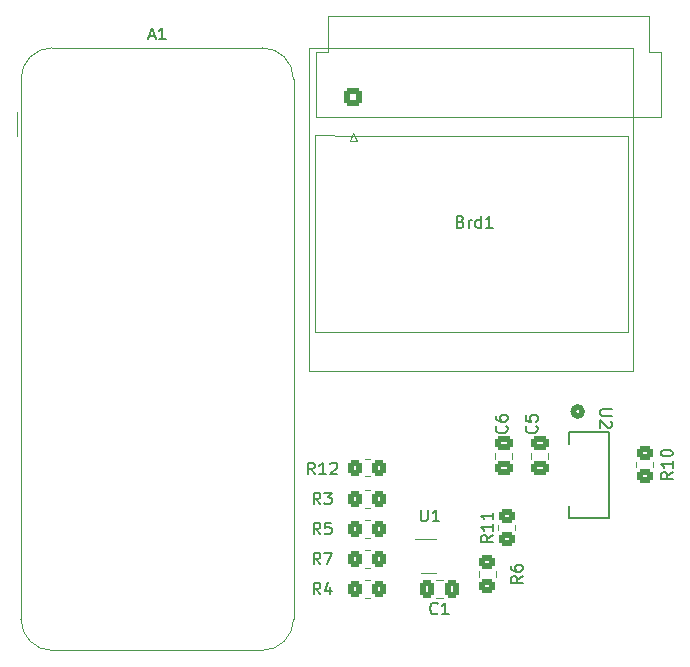
<source format=gto>
G04 #@! TF.GenerationSoftware,KiCad,Pcbnew,7.0.11+1*
G04 #@! TF.CreationDate,2024-06-02T11:35:51+02:00*
G04 #@! TF.ProjectId,prg_pcb,7072675f-7063-4622-9e6b-696361645f70,rev?*
G04 #@! TF.SameCoordinates,Original*
G04 #@! TF.FileFunction,Legend,Top*
G04 #@! TF.FilePolarity,Positive*
%FSLAX46Y46*%
G04 Gerber Fmt 4.6, Leading zero omitted, Abs format (unit mm)*
G04 Created by KiCad (PCBNEW 7.0.11+1) date 2024-06-02 11:35:51*
%MOMM*%
%LPD*%
G01*
G04 APERTURE LIST*
G04 Aperture macros list*
%AMRoundRect*
0 Rectangle with rounded corners*
0 $1 Rounding radius*
0 $2 $3 $4 $5 $6 $7 $8 $9 X,Y pos of 4 corners*
0 Add a 4 corners polygon primitive as box body*
4,1,4,$2,$3,$4,$5,$6,$7,$8,$9,$2,$3,0*
0 Add four circle primitives for the rounded corners*
1,1,$1+$1,$2,$3*
1,1,$1+$1,$4,$5*
1,1,$1+$1,$6,$7*
1,1,$1+$1,$8,$9*
0 Add four rect primitives between the rounded corners*
20,1,$1+$1,$2,$3,$4,$5,0*
20,1,$1+$1,$4,$5,$6,$7,0*
20,1,$1+$1,$6,$7,$8,$9,0*
20,1,$1+$1,$8,$9,$2,$3,0*%
%AMFreePoly0*
4,1,6,0.500000,-0.850000,-0.500000,-0.850000,-0.500000,0.550000,-0.200000,0.850000,0.500000,0.850000,0.500000,-0.850000,0.500000,-0.850000,$1*%
G04 Aperture macros list end*
%ADD10C,0.150000*%
%ADD11C,0.120000*%
%ADD12C,0.152400*%
%ADD13C,0.508000*%
%ADD14RoundRect,0.249999X0.525001X-0.525001X0.525001X0.525001X-0.525001X0.525001X-0.525001X-0.525001X0*%
%ADD15C,1.550000*%
%ADD16RoundRect,0.250000X0.450000X-0.350000X0.450000X0.350000X-0.450000X0.350000X-0.450000X-0.350000X0*%
%ADD17RoundRect,0.250000X-0.350000X-0.450000X0.350000X-0.450000X0.350000X0.450000X-0.350000X0.450000X0*%
%ADD18R,1.600000X2.000000*%
%ADD19O,1.600000X2.000000*%
%ADD20RoundRect,0.250000X0.475000X-0.337500X0.475000X0.337500X-0.475000X0.337500X-0.475000X-0.337500X0*%
%ADD21R,1.397000X0.711200*%
%ADD22R,0.550000X0.250000*%
%ADD23FreePoly0,0.000000*%
%ADD24RoundRect,0.250000X0.350000X0.450000X-0.350000X0.450000X-0.350000X-0.450000X0.350000X-0.450000X0*%
%ADD25RoundRect,0.250000X0.337500X0.475000X-0.337500X0.475000X-0.337500X-0.475000X0.337500X-0.475000X0*%
%ADD26R,1.600000X1.600000*%
%ADD27C,1.600000*%
G04 APERTURE END LIST*
D10*
X137614819Y-118371857D02*
X137138628Y-118705190D01*
X137614819Y-118943285D02*
X136614819Y-118943285D01*
X136614819Y-118943285D02*
X136614819Y-118562333D01*
X136614819Y-118562333D02*
X136662438Y-118467095D01*
X136662438Y-118467095D02*
X136710057Y-118419476D01*
X136710057Y-118419476D02*
X136805295Y-118371857D01*
X136805295Y-118371857D02*
X136948152Y-118371857D01*
X136948152Y-118371857D02*
X137043390Y-118419476D01*
X137043390Y-118419476D02*
X137091009Y-118467095D01*
X137091009Y-118467095D02*
X137138628Y-118562333D01*
X137138628Y-118562333D02*
X137138628Y-118943285D01*
X137614819Y-117419476D02*
X137614819Y-117990904D01*
X137614819Y-117705190D02*
X136614819Y-117705190D01*
X136614819Y-117705190D02*
X136757676Y-117800428D01*
X136757676Y-117800428D02*
X136852914Y-117895666D01*
X136852914Y-117895666D02*
X136900533Y-117990904D01*
X136614819Y-116800428D02*
X136614819Y-116705190D01*
X136614819Y-116705190D02*
X136662438Y-116609952D01*
X136662438Y-116609952D02*
X136710057Y-116562333D01*
X136710057Y-116562333D02*
X136805295Y-116514714D01*
X136805295Y-116514714D02*
X136995771Y-116467095D01*
X136995771Y-116467095D02*
X137233866Y-116467095D01*
X137233866Y-116467095D02*
X137424342Y-116514714D01*
X137424342Y-116514714D02*
X137519580Y-116562333D01*
X137519580Y-116562333D02*
X137567200Y-116609952D01*
X137567200Y-116609952D02*
X137614819Y-116705190D01*
X137614819Y-116705190D02*
X137614819Y-116800428D01*
X137614819Y-116800428D02*
X137567200Y-116895666D01*
X137567200Y-116895666D02*
X137519580Y-116943285D01*
X137519580Y-116943285D02*
X137424342Y-116990904D01*
X137424342Y-116990904D02*
X137233866Y-117038523D01*
X137233866Y-117038523D02*
X136995771Y-117038523D01*
X136995771Y-117038523D02*
X136805295Y-116990904D01*
X136805295Y-116990904D02*
X136710057Y-116943285D01*
X136710057Y-116943285D02*
X136662438Y-116895666D01*
X136662438Y-116895666D02*
X136614819Y-116800428D01*
X107783333Y-121104819D02*
X107450000Y-120628628D01*
X107211905Y-121104819D02*
X107211905Y-120104819D01*
X107211905Y-120104819D02*
X107592857Y-120104819D01*
X107592857Y-120104819D02*
X107688095Y-120152438D01*
X107688095Y-120152438D02*
X107735714Y-120200057D01*
X107735714Y-120200057D02*
X107783333Y-120295295D01*
X107783333Y-120295295D02*
X107783333Y-120438152D01*
X107783333Y-120438152D02*
X107735714Y-120533390D01*
X107735714Y-120533390D02*
X107688095Y-120581009D01*
X107688095Y-120581009D02*
X107592857Y-120628628D01*
X107592857Y-120628628D02*
X107211905Y-120628628D01*
X108116667Y-120104819D02*
X108735714Y-120104819D01*
X108735714Y-120104819D02*
X108402381Y-120485771D01*
X108402381Y-120485771D02*
X108545238Y-120485771D01*
X108545238Y-120485771D02*
X108640476Y-120533390D01*
X108640476Y-120533390D02*
X108688095Y-120581009D01*
X108688095Y-120581009D02*
X108735714Y-120676247D01*
X108735714Y-120676247D02*
X108735714Y-120914342D01*
X108735714Y-120914342D02*
X108688095Y-121009580D01*
X108688095Y-121009580D02*
X108640476Y-121057200D01*
X108640476Y-121057200D02*
X108545238Y-121104819D01*
X108545238Y-121104819D02*
X108259524Y-121104819D01*
X108259524Y-121104819D02*
X108164286Y-121057200D01*
X108164286Y-121057200D02*
X108116667Y-121009580D01*
X119673333Y-97154009D02*
X119816190Y-97201628D01*
X119816190Y-97201628D02*
X119863809Y-97249247D01*
X119863809Y-97249247D02*
X119911428Y-97344485D01*
X119911428Y-97344485D02*
X119911428Y-97487342D01*
X119911428Y-97487342D02*
X119863809Y-97582580D01*
X119863809Y-97582580D02*
X119816190Y-97630200D01*
X119816190Y-97630200D02*
X119720952Y-97677819D01*
X119720952Y-97677819D02*
X119340000Y-97677819D01*
X119340000Y-97677819D02*
X119340000Y-96677819D01*
X119340000Y-96677819D02*
X119673333Y-96677819D01*
X119673333Y-96677819D02*
X119768571Y-96725438D01*
X119768571Y-96725438D02*
X119816190Y-96773057D01*
X119816190Y-96773057D02*
X119863809Y-96868295D01*
X119863809Y-96868295D02*
X119863809Y-96963533D01*
X119863809Y-96963533D02*
X119816190Y-97058771D01*
X119816190Y-97058771D02*
X119768571Y-97106390D01*
X119768571Y-97106390D02*
X119673333Y-97154009D01*
X119673333Y-97154009D02*
X119340000Y-97154009D01*
X120340000Y-97677819D02*
X120340000Y-97011152D01*
X120340000Y-97201628D02*
X120387619Y-97106390D01*
X120387619Y-97106390D02*
X120435238Y-97058771D01*
X120435238Y-97058771D02*
X120530476Y-97011152D01*
X120530476Y-97011152D02*
X120625714Y-97011152D01*
X121387619Y-97677819D02*
X121387619Y-96677819D01*
X121387619Y-97630200D02*
X121292381Y-97677819D01*
X121292381Y-97677819D02*
X121101905Y-97677819D01*
X121101905Y-97677819D02*
X121006667Y-97630200D01*
X121006667Y-97630200D02*
X120959048Y-97582580D01*
X120959048Y-97582580D02*
X120911429Y-97487342D01*
X120911429Y-97487342D02*
X120911429Y-97201628D01*
X120911429Y-97201628D02*
X120959048Y-97106390D01*
X120959048Y-97106390D02*
X121006667Y-97058771D01*
X121006667Y-97058771D02*
X121101905Y-97011152D01*
X121101905Y-97011152D02*
X121292381Y-97011152D01*
X121292381Y-97011152D02*
X121387619Y-97058771D01*
X122387619Y-97677819D02*
X121816191Y-97677819D01*
X122101905Y-97677819D02*
X122101905Y-96677819D01*
X122101905Y-96677819D02*
X122006667Y-96820676D01*
X122006667Y-96820676D02*
X121911429Y-96915914D01*
X121911429Y-96915914D02*
X121816191Y-96963533D01*
X123549580Y-114466666D02*
X123597200Y-114514285D01*
X123597200Y-114514285D02*
X123644819Y-114657142D01*
X123644819Y-114657142D02*
X123644819Y-114752380D01*
X123644819Y-114752380D02*
X123597200Y-114895237D01*
X123597200Y-114895237D02*
X123501961Y-114990475D01*
X123501961Y-114990475D02*
X123406723Y-115038094D01*
X123406723Y-115038094D02*
X123216247Y-115085713D01*
X123216247Y-115085713D02*
X123073390Y-115085713D01*
X123073390Y-115085713D02*
X122882914Y-115038094D01*
X122882914Y-115038094D02*
X122787676Y-114990475D01*
X122787676Y-114990475D02*
X122692438Y-114895237D01*
X122692438Y-114895237D02*
X122644819Y-114752380D01*
X122644819Y-114752380D02*
X122644819Y-114657142D01*
X122644819Y-114657142D02*
X122692438Y-114514285D01*
X122692438Y-114514285D02*
X122740057Y-114466666D01*
X122644819Y-113609523D02*
X122644819Y-113799999D01*
X122644819Y-113799999D02*
X122692438Y-113895237D01*
X122692438Y-113895237D02*
X122740057Y-113942856D01*
X122740057Y-113942856D02*
X122882914Y-114038094D01*
X122882914Y-114038094D02*
X123073390Y-114085713D01*
X123073390Y-114085713D02*
X123454342Y-114085713D01*
X123454342Y-114085713D02*
X123549580Y-114038094D01*
X123549580Y-114038094D02*
X123597200Y-113990475D01*
X123597200Y-113990475D02*
X123644819Y-113895237D01*
X123644819Y-113895237D02*
X123644819Y-113704761D01*
X123644819Y-113704761D02*
X123597200Y-113609523D01*
X123597200Y-113609523D02*
X123549580Y-113561904D01*
X123549580Y-113561904D02*
X123454342Y-113514285D01*
X123454342Y-113514285D02*
X123216247Y-113514285D01*
X123216247Y-113514285D02*
X123121009Y-113561904D01*
X123121009Y-113561904D02*
X123073390Y-113609523D01*
X123073390Y-113609523D02*
X123025771Y-113704761D01*
X123025771Y-113704761D02*
X123025771Y-113895237D01*
X123025771Y-113895237D02*
X123073390Y-113990475D01*
X123073390Y-113990475D02*
X123121009Y-114038094D01*
X123121009Y-114038094D02*
X123216247Y-114085713D01*
X122375819Y-123705857D02*
X121899628Y-124039190D01*
X122375819Y-124277285D02*
X121375819Y-124277285D01*
X121375819Y-124277285D02*
X121375819Y-123896333D01*
X121375819Y-123896333D02*
X121423438Y-123801095D01*
X121423438Y-123801095D02*
X121471057Y-123753476D01*
X121471057Y-123753476D02*
X121566295Y-123705857D01*
X121566295Y-123705857D02*
X121709152Y-123705857D01*
X121709152Y-123705857D02*
X121804390Y-123753476D01*
X121804390Y-123753476D02*
X121852009Y-123801095D01*
X121852009Y-123801095D02*
X121899628Y-123896333D01*
X121899628Y-123896333D02*
X121899628Y-124277285D01*
X122375819Y-122753476D02*
X122375819Y-123324904D01*
X122375819Y-123039190D02*
X121375819Y-123039190D01*
X121375819Y-123039190D02*
X121518676Y-123134428D01*
X121518676Y-123134428D02*
X121613914Y-123229666D01*
X121613914Y-123229666D02*
X121661533Y-123324904D01*
X122375819Y-121801095D02*
X122375819Y-122372523D01*
X122375819Y-122086809D02*
X121375819Y-122086809D01*
X121375819Y-122086809D02*
X121518676Y-122182047D01*
X121518676Y-122182047D02*
X121613914Y-122277285D01*
X121613914Y-122277285D02*
X121661533Y-122372523D01*
X107783333Y-126184819D02*
X107450000Y-125708628D01*
X107211905Y-126184819D02*
X107211905Y-125184819D01*
X107211905Y-125184819D02*
X107592857Y-125184819D01*
X107592857Y-125184819D02*
X107688095Y-125232438D01*
X107688095Y-125232438D02*
X107735714Y-125280057D01*
X107735714Y-125280057D02*
X107783333Y-125375295D01*
X107783333Y-125375295D02*
X107783333Y-125518152D01*
X107783333Y-125518152D02*
X107735714Y-125613390D01*
X107735714Y-125613390D02*
X107688095Y-125661009D01*
X107688095Y-125661009D02*
X107592857Y-125708628D01*
X107592857Y-125708628D02*
X107211905Y-125708628D01*
X108116667Y-125184819D02*
X108783333Y-125184819D01*
X108783333Y-125184819D02*
X108354762Y-126184819D01*
X132466824Y-113039053D02*
X131657301Y-113039053D01*
X131657301Y-113039053D02*
X131562063Y-113086672D01*
X131562063Y-113086672D02*
X131514444Y-113134291D01*
X131514444Y-113134291D02*
X131466824Y-113229529D01*
X131466824Y-113229529D02*
X131466824Y-113420005D01*
X131466824Y-113420005D02*
X131514444Y-113515243D01*
X131514444Y-113515243D02*
X131562063Y-113562862D01*
X131562063Y-113562862D02*
X131657301Y-113610481D01*
X131657301Y-113610481D02*
X132466824Y-113610481D01*
X132371586Y-114039053D02*
X132419205Y-114086672D01*
X132419205Y-114086672D02*
X132466824Y-114181910D01*
X132466824Y-114181910D02*
X132466824Y-114420005D01*
X132466824Y-114420005D02*
X132419205Y-114515243D01*
X132419205Y-114515243D02*
X132371586Y-114562862D01*
X132371586Y-114562862D02*
X132276348Y-114610481D01*
X132276348Y-114610481D02*
X132181110Y-114610481D01*
X132181110Y-114610481D02*
X132038253Y-114562862D01*
X132038253Y-114562862D02*
X131466824Y-113991434D01*
X131466824Y-113991434D02*
X131466824Y-114610481D01*
X107783333Y-123644819D02*
X107450000Y-123168628D01*
X107211905Y-123644819D02*
X107211905Y-122644819D01*
X107211905Y-122644819D02*
X107592857Y-122644819D01*
X107592857Y-122644819D02*
X107688095Y-122692438D01*
X107688095Y-122692438D02*
X107735714Y-122740057D01*
X107735714Y-122740057D02*
X107783333Y-122835295D01*
X107783333Y-122835295D02*
X107783333Y-122978152D01*
X107783333Y-122978152D02*
X107735714Y-123073390D01*
X107735714Y-123073390D02*
X107688095Y-123121009D01*
X107688095Y-123121009D02*
X107592857Y-123168628D01*
X107592857Y-123168628D02*
X107211905Y-123168628D01*
X108688095Y-122644819D02*
X108211905Y-122644819D01*
X108211905Y-122644819D02*
X108164286Y-123121009D01*
X108164286Y-123121009D02*
X108211905Y-123073390D01*
X108211905Y-123073390D02*
X108307143Y-123025771D01*
X108307143Y-123025771D02*
X108545238Y-123025771D01*
X108545238Y-123025771D02*
X108640476Y-123073390D01*
X108640476Y-123073390D02*
X108688095Y-123121009D01*
X108688095Y-123121009D02*
X108735714Y-123216247D01*
X108735714Y-123216247D02*
X108735714Y-123454342D01*
X108735714Y-123454342D02*
X108688095Y-123549580D01*
X108688095Y-123549580D02*
X108640476Y-123597200D01*
X108640476Y-123597200D02*
X108545238Y-123644819D01*
X108545238Y-123644819D02*
X108307143Y-123644819D01*
X108307143Y-123644819D02*
X108211905Y-123597200D01*
X108211905Y-123597200D02*
X108164286Y-123549580D01*
X126089580Y-114466666D02*
X126137200Y-114514285D01*
X126137200Y-114514285D02*
X126184819Y-114657142D01*
X126184819Y-114657142D02*
X126184819Y-114752380D01*
X126184819Y-114752380D02*
X126137200Y-114895237D01*
X126137200Y-114895237D02*
X126041961Y-114990475D01*
X126041961Y-114990475D02*
X125946723Y-115038094D01*
X125946723Y-115038094D02*
X125756247Y-115085713D01*
X125756247Y-115085713D02*
X125613390Y-115085713D01*
X125613390Y-115085713D02*
X125422914Y-115038094D01*
X125422914Y-115038094D02*
X125327676Y-114990475D01*
X125327676Y-114990475D02*
X125232438Y-114895237D01*
X125232438Y-114895237D02*
X125184819Y-114752380D01*
X125184819Y-114752380D02*
X125184819Y-114657142D01*
X125184819Y-114657142D02*
X125232438Y-114514285D01*
X125232438Y-114514285D02*
X125280057Y-114466666D01*
X125184819Y-113561904D02*
X125184819Y-114038094D01*
X125184819Y-114038094D02*
X125661009Y-114085713D01*
X125661009Y-114085713D02*
X125613390Y-114038094D01*
X125613390Y-114038094D02*
X125565771Y-113942856D01*
X125565771Y-113942856D02*
X125565771Y-113704761D01*
X125565771Y-113704761D02*
X125613390Y-113609523D01*
X125613390Y-113609523D02*
X125661009Y-113561904D01*
X125661009Y-113561904D02*
X125756247Y-113514285D01*
X125756247Y-113514285D02*
X125994342Y-113514285D01*
X125994342Y-113514285D02*
X126089580Y-113561904D01*
X126089580Y-113561904D02*
X126137200Y-113609523D01*
X126137200Y-113609523D02*
X126184819Y-113704761D01*
X126184819Y-113704761D02*
X126184819Y-113942856D01*
X126184819Y-113942856D02*
X126137200Y-114038094D01*
X126137200Y-114038094D02*
X126089580Y-114085713D01*
X107783333Y-128724819D02*
X107450000Y-128248628D01*
X107211905Y-128724819D02*
X107211905Y-127724819D01*
X107211905Y-127724819D02*
X107592857Y-127724819D01*
X107592857Y-127724819D02*
X107688095Y-127772438D01*
X107688095Y-127772438D02*
X107735714Y-127820057D01*
X107735714Y-127820057D02*
X107783333Y-127915295D01*
X107783333Y-127915295D02*
X107783333Y-128058152D01*
X107783333Y-128058152D02*
X107735714Y-128153390D01*
X107735714Y-128153390D02*
X107688095Y-128201009D01*
X107688095Y-128201009D02*
X107592857Y-128248628D01*
X107592857Y-128248628D02*
X107211905Y-128248628D01*
X108640476Y-128058152D02*
X108640476Y-128724819D01*
X108402381Y-127677200D02*
X108164286Y-128391485D01*
X108164286Y-128391485D02*
X108783333Y-128391485D01*
X116300095Y-121541819D02*
X116300095Y-122351342D01*
X116300095Y-122351342D02*
X116347714Y-122446580D01*
X116347714Y-122446580D02*
X116395333Y-122494200D01*
X116395333Y-122494200D02*
X116490571Y-122541819D01*
X116490571Y-122541819D02*
X116681047Y-122541819D01*
X116681047Y-122541819D02*
X116776285Y-122494200D01*
X116776285Y-122494200D02*
X116823904Y-122446580D01*
X116823904Y-122446580D02*
X116871523Y-122351342D01*
X116871523Y-122351342D02*
X116871523Y-121541819D01*
X117871523Y-122541819D02*
X117300095Y-122541819D01*
X117585809Y-122541819D02*
X117585809Y-121541819D01*
X117585809Y-121541819D02*
X117490571Y-121684676D01*
X117490571Y-121684676D02*
X117395333Y-121779914D01*
X117395333Y-121779914D02*
X117300095Y-121827533D01*
X124914819Y-127166666D02*
X124438628Y-127499999D01*
X124914819Y-127738094D02*
X123914819Y-127738094D01*
X123914819Y-127738094D02*
X123914819Y-127357142D01*
X123914819Y-127357142D02*
X123962438Y-127261904D01*
X123962438Y-127261904D02*
X124010057Y-127214285D01*
X124010057Y-127214285D02*
X124105295Y-127166666D01*
X124105295Y-127166666D02*
X124248152Y-127166666D01*
X124248152Y-127166666D02*
X124343390Y-127214285D01*
X124343390Y-127214285D02*
X124391009Y-127261904D01*
X124391009Y-127261904D02*
X124438628Y-127357142D01*
X124438628Y-127357142D02*
X124438628Y-127738094D01*
X123914819Y-126309523D02*
X123914819Y-126499999D01*
X123914819Y-126499999D02*
X123962438Y-126595237D01*
X123962438Y-126595237D02*
X124010057Y-126642856D01*
X124010057Y-126642856D02*
X124152914Y-126738094D01*
X124152914Y-126738094D02*
X124343390Y-126785713D01*
X124343390Y-126785713D02*
X124724342Y-126785713D01*
X124724342Y-126785713D02*
X124819580Y-126738094D01*
X124819580Y-126738094D02*
X124867200Y-126690475D01*
X124867200Y-126690475D02*
X124914819Y-126595237D01*
X124914819Y-126595237D02*
X124914819Y-126404761D01*
X124914819Y-126404761D02*
X124867200Y-126309523D01*
X124867200Y-126309523D02*
X124819580Y-126261904D01*
X124819580Y-126261904D02*
X124724342Y-126214285D01*
X124724342Y-126214285D02*
X124486247Y-126214285D01*
X124486247Y-126214285D02*
X124391009Y-126261904D01*
X124391009Y-126261904D02*
X124343390Y-126309523D01*
X124343390Y-126309523D02*
X124295771Y-126404761D01*
X124295771Y-126404761D02*
X124295771Y-126595237D01*
X124295771Y-126595237D02*
X124343390Y-126690475D01*
X124343390Y-126690475D02*
X124391009Y-126738094D01*
X124391009Y-126738094D02*
X124486247Y-126785713D01*
X107307142Y-118564819D02*
X106973809Y-118088628D01*
X106735714Y-118564819D02*
X106735714Y-117564819D01*
X106735714Y-117564819D02*
X107116666Y-117564819D01*
X107116666Y-117564819D02*
X107211904Y-117612438D01*
X107211904Y-117612438D02*
X107259523Y-117660057D01*
X107259523Y-117660057D02*
X107307142Y-117755295D01*
X107307142Y-117755295D02*
X107307142Y-117898152D01*
X107307142Y-117898152D02*
X107259523Y-117993390D01*
X107259523Y-117993390D02*
X107211904Y-118041009D01*
X107211904Y-118041009D02*
X107116666Y-118088628D01*
X107116666Y-118088628D02*
X106735714Y-118088628D01*
X108259523Y-118564819D02*
X107688095Y-118564819D01*
X107973809Y-118564819D02*
X107973809Y-117564819D01*
X107973809Y-117564819D02*
X107878571Y-117707676D01*
X107878571Y-117707676D02*
X107783333Y-117802914D01*
X107783333Y-117802914D02*
X107688095Y-117850533D01*
X108640476Y-117660057D02*
X108688095Y-117612438D01*
X108688095Y-117612438D02*
X108783333Y-117564819D01*
X108783333Y-117564819D02*
X109021428Y-117564819D01*
X109021428Y-117564819D02*
X109116666Y-117612438D01*
X109116666Y-117612438D02*
X109164285Y-117660057D01*
X109164285Y-117660057D02*
X109211904Y-117755295D01*
X109211904Y-117755295D02*
X109211904Y-117850533D01*
X109211904Y-117850533D02*
X109164285Y-117993390D01*
X109164285Y-117993390D02*
X108592857Y-118564819D01*
X108592857Y-118564819D02*
X109211904Y-118564819D01*
X117710833Y-130309580D02*
X117663214Y-130357200D01*
X117663214Y-130357200D02*
X117520357Y-130404819D01*
X117520357Y-130404819D02*
X117425119Y-130404819D01*
X117425119Y-130404819D02*
X117282262Y-130357200D01*
X117282262Y-130357200D02*
X117187024Y-130261961D01*
X117187024Y-130261961D02*
X117139405Y-130166723D01*
X117139405Y-130166723D02*
X117091786Y-129976247D01*
X117091786Y-129976247D02*
X117091786Y-129833390D01*
X117091786Y-129833390D02*
X117139405Y-129642914D01*
X117139405Y-129642914D02*
X117187024Y-129547676D01*
X117187024Y-129547676D02*
X117282262Y-129452438D01*
X117282262Y-129452438D02*
X117425119Y-129404819D01*
X117425119Y-129404819D02*
X117520357Y-129404819D01*
X117520357Y-129404819D02*
X117663214Y-129452438D01*
X117663214Y-129452438D02*
X117710833Y-129500057D01*
X118663214Y-130404819D02*
X118091786Y-130404819D01*
X118377500Y-130404819D02*
X118377500Y-129404819D01*
X118377500Y-129404819D02*
X118282262Y-129547676D01*
X118282262Y-129547676D02*
X118187024Y-129642914D01*
X118187024Y-129642914D02*
X118091786Y-129690533D01*
X93265714Y-81449104D02*
X93741904Y-81449104D01*
X93170476Y-81734819D02*
X93503809Y-80734819D01*
X93503809Y-80734819D02*
X93837142Y-81734819D01*
X94694285Y-81734819D02*
X94122857Y-81734819D01*
X94408571Y-81734819D02*
X94408571Y-80734819D01*
X94408571Y-80734819D02*
X94313333Y-80877676D01*
X94313333Y-80877676D02*
X94218095Y-80972914D01*
X94218095Y-80972914D02*
X94122857Y-81020533D01*
D11*
X110287869Y-90310937D02*
X110887869Y-90310937D01*
X110887869Y-90310937D02*
X110587869Y-89630937D01*
X110587869Y-89630937D02*
X110287869Y-90310937D01*
X107417869Y-88280937D02*
X107417869Y-82780937D01*
X136617869Y-88280937D02*
X107417869Y-88280937D01*
X107417869Y-82780937D02*
X108417869Y-82780937D01*
X108417869Y-82780937D02*
X108417869Y-79780937D01*
X135617869Y-82780937D02*
X136617869Y-82780937D01*
X136617869Y-82780937D02*
X136617869Y-88280937D01*
X108417869Y-79780937D02*
X135617869Y-79780937D01*
X135617869Y-79780937D02*
X135617869Y-82780937D01*
X134520000Y-117956064D02*
X134520000Y-117501936D01*
X135990000Y-117956064D02*
X135990000Y-117501936D01*
X111532936Y-119915000D02*
X111987064Y-119915000D01*
X111532936Y-121385000D02*
X111987064Y-121385000D01*
X134240000Y-109777000D02*
X106840000Y-109777000D01*
X134240000Y-82477000D02*
X134240000Y-109777000D01*
X133818000Y-106482000D02*
X110718000Y-106482000D01*
X133818000Y-89882000D02*
X133818000Y-106482000D01*
X110718000Y-106482000D02*
X107632000Y-106482000D01*
X110718000Y-89882000D02*
X133818000Y-89882000D01*
X110718000Y-89882000D02*
X107378000Y-89857000D01*
X107378000Y-106494000D02*
X107632000Y-106482000D01*
X107378000Y-89857000D02*
X107378000Y-106494000D01*
X106840000Y-109777000D02*
X106840000Y-82477000D01*
X106840000Y-82477000D02*
X134240000Y-82477000D01*
X122582000Y-117228252D02*
X122582000Y-116705748D01*
X124052000Y-117228252D02*
X124052000Y-116705748D01*
X122836000Y-123290064D02*
X122836000Y-122835936D01*
X124306000Y-123290064D02*
X124306000Y-122835936D01*
X111532936Y-124995000D02*
X111987064Y-124995000D01*
X111532936Y-126465000D02*
X111987064Y-126465000D01*
D12*
X132257800Y-115011200D02*
X128854200Y-115011200D01*
X128854200Y-115011200D02*
X128854200Y-116025849D01*
X128854200Y-121210151D02*
X128854200Y-122224800D01*
X132257800Y-122224800D02*
X132257800Y-115011200D01*
X128854200Y-122224800D02*
X132257800Y-122224800D01*
D13*
X129961800Y-113233200D02*
G75*
G03*
X129199800Y-113233200I-381000J0D01*
G01*
X129199800Y-113233200D02*
G75*
G03*
X129961800Y-113233200I381000J0D01*
G01*
D11*
X111532936Y-122455000D02*
X111987064Y-122455000D01*
X111532936Y-123925000D02*
X111987064Y-123925000D01*
X125630000Y-117228252D02*
X125630000Y-116705748D01*
X127100000Y-117228252D02*
X127100000Y-116705748D01*
X111532936Y-127535000D02*
X111987064Y-127535000D01*
X111532936Y-129005000D02*
X111987064Y-129005000D01*
X115845000Y-124070000D02*
X117585000Y-124070000D01*
X116285000Y-126890000D02*
X117585000Y-126890000D01*
X121185000Y-127227064D02*
X121185000Y-126772936D01*
X122655000Y-127227064D02*
X122655000Y-126772936D01*
X111987064Y-118718000D02*
X111532936Y-118718000D01*
X111987064Y-117248000D02*
X111532936Y-117248000D01*
X118138752Y-129005000D02*
X117616248Y-129005000D01*
X118138752Y-127535000D02*
X117616248Y-127535000D01*
X82120000Y-89900000D02*
X82120000Y-87900000D01*
X82440000Y-85090000D02*
X82440000Y-130810000D01*
X102870000Y-82440000D02*
X85090000Y-82440000D01*
X102870000Y-133460000D02*
X85090000Y-133460000D01*
X105520000Y-85090000D02*
X105520000Y-130810000D01*
X85090000Y-82440000D02*
G75*
G03*
X82440000Y-85090000I0J-2650000D01*
G01*
X82440000Y-130810000D02*
G75*
G03*
X85090000Y-133460000I2650000J0D01*
G01*
X105520000Y-85090000D02*
G75*
G03*
X102870000Y-82440000I-2650000J0D01*
G01*
X102870000Y-133460000D02*
G75*
G03*
X105520000Y-130810000I0J2650000D01*
G01*
%LPC*%
D14*
X110587869Y-86570937D03*
D15*
X113127869Y-86570937D03*
X115667869Y-86570937D03*
X118207869Y-86570937D03*
X120747869Y-86570937D03*
X123287869Y-86570937D03*
X125827869Y-86570937D03*
X128367869Y-86570937D03*
X130907869Y-86570937D03*
X133447869Y-86570937D03*
X110587869Y-84030937D03*
X113127869Y-84030937D03*
X115667869Y-84030937D03*
X118207869Y-84030937D03*
X120747869Y-84030937D03*
X123287869Y-84030937D03*
X125827869Y-84030937D03*
X128367869Y-84030937D03*
X130907869Y-84030937D03*
X133447869Y-84030937D03*
X110587869Y-81490937D03*
X113127869Y-81490937D03*
X115667869Y-81490937D03*
X118207869Y-81490937D03*
X120747869Y-81490937D03*
X123287869Y-81490937D03*
X125827869Y-81490937D03*
X128367869Y-81490937D03*
X130907869Y-81490937D03*
X133447869Y-81490937D03*
D16*
X135255000Y-118729000D03*
X135255000Y-116729000D03*
D17*
X110760000Y-120650000D03*
X112760000Y-120650000D03*
D18*
X124460000Y-108077000D03*
D19*
X121920000Y-108077000D03*
X119380000Y-108077000D03*
X116840000Y-108077000D03*
D20*
X123317000Y-118004500D03*
X123317000Y-115929500D03*
D16*
X123571000Y-124063000D03*
X123571000Y-122063000D03*
D17*
X110760000Y-125730000D03*
X112760000Y-125730000D03*
D21*
X129580800Y-116713000D03*
X129580800Y-117983000D03*
X129580800Y-119253000D03*
X129580800Y-120523000D03*
D17*
X110760000Y-123190000D03*
X112760000Y-123190000D03*
D20*
X126365000Y-118004500D03*
X126365000Y-115929500D03*
D17*
X110760000Y-128270000D03*
X112760000Y-128270000D03*
D22*
X115760000Y-124730000D03*
X115760000Y-125230000D03*
X115760000Y-125730000D03*
X115760000Y-126230000D03*
X118110000Y-126230000D03*
X118110000Y-125730000D03*
X118110000Y-125230000D03*
X118110000Y-124730000D03*
D23*
X116935000Y-125480000D03*
D16*
X121920000Y-128000000D03*
X121920000Y-126000000D03*
D24*
X112760000Y-117983000D03*
X110760000Y-117983000D03*
D25*
X118915000Y-128270000D03*
X116840000Y-128270000D03*
D26*
X83820000Y-88900000D03*
D27*
X83820000Y-91440000D03*
X83820000Y-93980000D03*
X83820000Y-96520000D03*
X83820000Y-99060000D03*
X83820000Y-101600000D03*
X83820000Y-104140000D03*
X83820000Y-106680000D03*
X83820000Y-109220000D03*
X83820000Y-111760000D03*
X83820000Y-114300000D03*
X83820000Y-116840000D03*
X83820000Y-119380000D03*
X83820000Y-121920000D03*
X83820000Y-124460000D03*
X83820000Y-127000000D03*
X104140000Y-127000000D03*
X104140000Y-124460000D03*
X104140000Y-121920000D03*
X104140000Y-119380000D03*
X104140000Y-116840000D03*
X104140000Y-114300000D03*
X104140000Y-111760000D03*
X104140000Y-109220000D03*
X104140000Y-106680000D03*
X104140000Y-104140000D03*
X104140000Y-101600000D03*
X104140000Y-99060000D03*
%LPD*%
M02*

</source>
